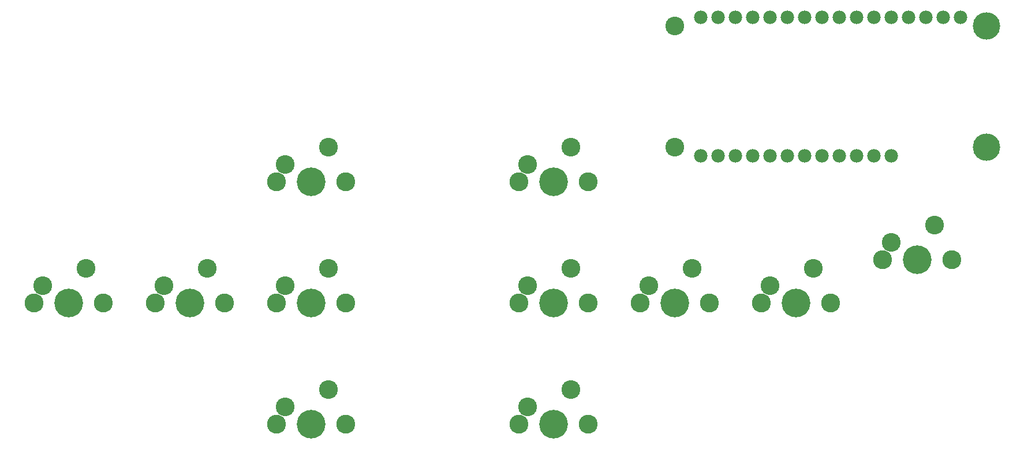
<source format=gbr>
G04 EAGLE Gerber RS-274X export*
G75*
%MOMM*%
%FSLAX34Y34*%
%LPD*%
%INSoldermask Bottom*%
%IPPOS*%
%AMOC8*
5,1,8,0,0,1.08239X$1,22.5*%
G01*
%ADD10C,2.743200*%
%ADD11C,2.774800*%
%ADD12C,4.203600*%
%ADD13C,4.013200*%
%ADD14C,1.981200*%


D10*
X419100Y482600D03*
X482600Y508000D03*
D11*
X406400Y457200D03*
X508000Y457200D03*
D12*
X457200Y457200D03*
D10*
X774700Y482600D03*
X838200Y508000D03*
D11*
X762000Y457200D03*
X863600Y457200D03*
D12*
X812800Y457200D03*
D10*
X63500Y304800D03*
X127000Y330200D03*
D11*
X50800Y279400D03*
X152400Y279400D03*
D12*
X101600Y279400D03*
D10*
X241300Y304800D03*
X304800Y330200D03*
D11*
X228600Y279400D03*
X330200Y279400D03*
D12*
X279400Y279400D03*
D10*
X419100Y304800D03*
X482600Y330200D03*
D11*
X406400Y279400D03*
X508000Y279400D03*
D12*
X457200Y279400D03*
D10*
X774700Y304800D03*
X838200Y330200D03*
D11*
X762000Y279400D03*
X863600Y279400D03*
D12*
X812800Y279400D03*
D10*
X952500Y304800D03*
X1016000Y330200D03*
D11*
X939800Y279400D03*
X1041400Y279400D03*
D12*
X990600Y279400D03*
D10*
X1130300Y304800D03*
X1193800Y330200D03*
D11*
X1117600Y279400D03*
X1219200Y279400D03*
D12*
X1168400Y279400D03*
D10*
X1308100Y368300D03*
X1371600Y393700D03*
D11*
X1295400Y342900D03*
X1397000Y342900D03*
D12*
X1346200Y342900D03*
D10*
X419100Y127000D03*
X482600Y152400D03*
D11*
X406400Y101600D03*
X508000Y101600D03*
D12*
X457200Y101600D03*
D10*
X774700Y127000D03*
X838200Y152400D03*
D11*
X762000Y101600D03*
X863600Y101600D03*
D12*
X812800Y101600D03*
D10*
X990600Y508000D03*
X990600Y685800D03*
D13*
X1447800Y508000D03*
X1447800Y685800D03*
D14*
X1308100Y495300D03*
X1282700Y495300D03*
X1257300Y495300D03*
X1231900Y495300D03*
X1206500Y495300D03*
X1181100Y495300D03*
X1155700Y495300D03*
X1130300Y495300D03*
X1104900Y495300D03*
X1079500Y495300D03*
X1054100Y495300D03*
X1028700Y495300D03*
X1308100Y698500D03*
X1282700Y698500D03*
X1257300Y698500D03*
X1231900Y698500D03*
X1206500Y698500D03*
X1181100Y698500D03*
X1155700Y698500D03*
X1130300Y698500D03*
X1104900Y698500D03*
X1079500Y698500D03*
X1054100Y698500D03*
X1028700Y698500D03*
X1333500Y698500D03*
X1358900Y698500D03*
X1384300Y698500D03*
X1409700Y698500D03*
M02*

</source>
